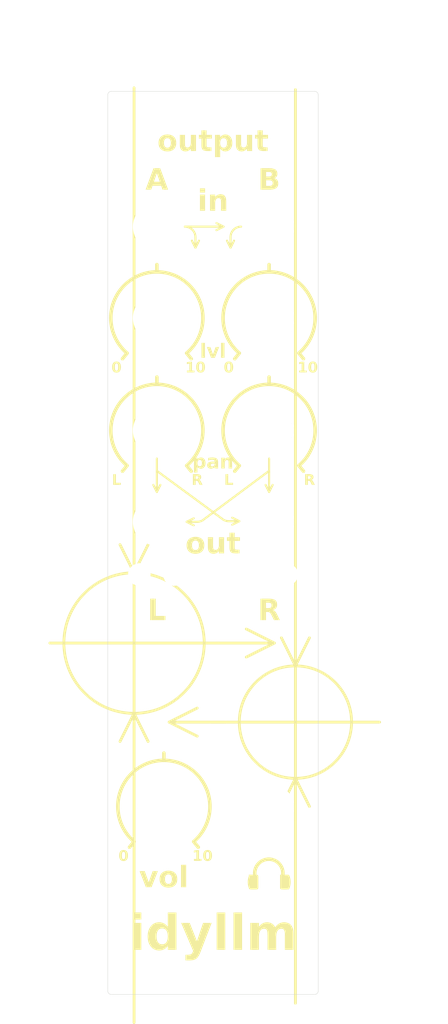
<source format=kicad_pcb>
(kicad_pcb (version 20240108) (generator "pcbnew") (generator_version "8.0")
  (layers (0 "F.Cu" signal) (31 "B.Cu" signal) (34 "B.Paste" user) (35 "F.Paste" user) (36 "B.SilkS" user "B.Silkscreen") (37 "F.SilkS" user "F.Silkscreen") (38 "B.Mask" user) (39 "F.Mask" user) (44 "Edge.Cuts" user))
  (net 0 "")
  (footprint "AudioJacks:PanelHole_AudioJack_6.8mm" (layer "F.Cu") (at 107 69.25)
    (property "Reference" "H1" (hide yes))
    (property "Value" "Mono Jack")
    (pad "" np_thru_hole circle (at 0 0) (size 6.8 6.8) (drill 6.8) (layers "F&B.Cu" "*.Mask"))
  )
  (footprint "MountingHole:MountingHole_3.2mm_M3_DIN965" (layer "F.Cu") (at 122.74 53)
    (property "Reference" "H16" (hide yes))
    (property "Value" "Rail Mount")
    (pad "" np_thru_hole circle (at 0 0) (size 3.2 3.2) (drill 3.2) (layers "*.Cu" "*.Mask"))
  )
  (footprint "AudioJacks:PanelHole_Potentiometer_6.8mm_13mm_knob" (layer "F.Cu") (at 123 82.25)
    (property "Reference" "H4" (hide yes))
    (property "Value" "Potentiometer")
    (pad "" np_thru_hole circle (at 0 0) (size 6.8 6.8) (drill 6.8) (layers "F&B.Cu" "*.Mask"))
  )
  (footprint "MountingHole:MountingHole_3.2mm_M3_DIN965" (layer "F.Cu") (at 122.74 175.5)
    (property "Reference" "H18" (hide yes))
    (property "Value" "Rail Mount")
    (pad "" np_thru_hole circle (at 0 0) (size 3.2 3.2) (drill 3.2) (layers "*.Cu" "*.Mask"))
  )
  (footprint "MountingHole:MountingHole_3.2mm_M3_DIN965" (layer "F.Cu") (at 125.5 118.75)
    (property "Reference" "H12" (hide yes))
    (property "Value" "Red LED")
    (pad "" np_thru_hole circle (at 0 0) (size 3.2 3.2) (drill 3.2) (layers "*.Cu" "*.Mask"))
  )
  (footprint "MountingHole:MountingHole_3.2mm_M3_DIN965" (layer "F.Cu") (at 107.5 175.5)
    (property "Reference" "H17" (hide yes))
    (property "Value" "Rail Mount")
    (pad "" np_thru_hole oval (at 0 0) (size 5 3.2) (drill oval 5 3.2) (layers "F&B.Cu" "*.Mask"))
  )
  (footprint "AudioJacks:PanelHole_AudioJack_6.8mm" (layer "F.Cu") (at 123 111.25)
    (property "Reference" "H8" (hide yes))
    (property "Value" "Mono Jack")
    (pad "" np_thru_hole circle (at 0 0) (size 6.8 6.8) (drill 6.8) (layers "F&B.Cu" "*.Mask"))
  )
  (footprint "AudioJacks:PanelHole_Potentiometer_6.8mm_13mm_knob" (layer "F.Cu") (at 107 98.25)
    (property "Reference" "H5" (hide yes))
    (property "Value" "Potentiometer")
    (pad "" np_thru_hole circle (at 0 0) (size 6.8 6.8) (drill 6.8) (layers "F&B.Cu" "*.Mask"))
  )
  (footprint "AudioJacks:PanelHole_AudioJack_6.8mm" (layer "F.Cu") (at 123 151.75)
    (property "Reference" "H14" (hide yes))
    (property "Value" "Mono Jack")
    (pad "" np_thru_hole circle (at 0 0) (size 6.8 6.8) (drill 6.8) (layers "F&B.Cu" "*.Mask"))
  )
  (footprint "MountingHole:MountingHole_3.2mm_M3_DIN965" (layer "F.Cu") (at 120.5 118.75)
    (property "Reference" "H11" (hide yes))
    (property "Value" "Green LED")
    (pad "" np_thru_hole circle (at 0 0) (size 3.2 3.2) (drill 3.2) (layers "*.Cu" "*.Mask"))
  )
  (footprint "AudioJacks:PanelHole_AudioJack_6.8mm" (layer "F.Cu") (at 123 69.25)
    (property "Reference" "H2" (hide yes))
    (property "Value" "Mono Jack")
    (pad "" np_thru_hole circle (at 0 0) (size 6.8 6.8) (drill 6.8) (layers "F&B.Cu" "*.Mask"))
  )
  (footprint "AudioJacks:PanelHole_Potentiometer_6.8mm_13mm_knob" (layer "F.Cu") (at 107 82.25)
    (property "Reference" "H3" (hide yes))
    (property "Value" "Potentiometer")
    (pad "" np_thru_hole circle (at 0 0) (size 6.8 6.8) (drill 6.8) (layers "F&B.Cu" "*.Mask"))
  )
  (footprint "AudioJacks:PanelHole_Potentiometer_6.8mm_13mm_knob" (layer "F.Cu") (at 108 151.75)
    (property "Reference" "H13" (hide yes))
    (property "Value" "Potentiometer")
    (pad "" np_thru_hole circle (at 0 0) (size 6.8 6.8) (drill 6.8) (layers "F&B.Cu" "*.Mask"))
  )
  (footprint "MountingHole:MountingHole_3.2mm_M3_DIN965" (layer "F.Cu") (at 107.5 53)
    (property "Reference" "H15" (hide yes))
    (property "Value" "Rail Mount")
    (pad "" np_thru_hole oval (at 0 0) (size 5 3.2) (drill oval 5 3.2) (layers "F&B.Cu" "*.Mask"))
  )
  (footprint "AudioJacks:PanelHole_Potentiometer_6.8mm_13mm_knob" (layer "F.Cu") (at 123 98.25)
    (property "Reference" "H6" (hide yes))
    (property "Value" "Potentiometer")
    (pad "" np_thru_hole circle (at 0 0) (size 6.8 6.8) (drill 6.8) (layers "F&B.Cu" "*.Mask"))
  )
  (footprint "MountingHole:MountingHole_3.2mm_M3_DIN965" (layer "F.Cu") (at 109.5 118.75)
    (property "Reference" "H10" (hide yes))
    (property "Value" "Red LED")
    (pad "" np_thru_hole circle (at 0 0) (size 3.2 3.2) (drill 3.2) (layers "*.Cu" "*.Mask"))
  )
  (footprint "AudioJacks:PanelHole_AudioJack_6.8mm" (layer "F.Cu") (at 107 111.25)
    (property "Reference" "H7" (hide yes))
    (property "Value" "Mono Jack")
    (pad "" np_thru_hole circle (at 0 0) (size 6.8 6.8) (drill 6.8) (layers "F&B.Cu" "*.Mask"))
  )
  (footprint "MountingHole:MountingHole_3.2mm_M3_DIN965" (layer "F.Cu") (at 104.5 118.75)
    (property "Reference" "H9" (hide yes))
    (property "Value" "Green LED")
    (pad "" np_thru_hole circle (at 0 0) (size 3.2 3.2) (drill 3.2) (layers "*.Cu" "*.Mask"))
  )
  (gr_line (start 128.75 127.75) (end 126.75 131.75) (stroke (width 0.4)) (layer "F.SilkS"))
  (gr_line (start 107 75.687798) (end 107 74.65) (stroke (width 0.5)) (layer "F.SilkS"))
  (gr_line (start 118.75 111.162685) (end 117.75 110.662685) (stroke (width 0.3)) (layer "F.SilkS"))
  (gr_line (start 126.75 153.75) (end 126.75 179.75) (stroke (width 0.4)) (layer "F.SilkS"))
  (gr_arc (start 113.521744 111.036239) (mid 113.150401 111.195572) (end 112.75 111.25) (stroke (width 0.3)) (layer "F.SilkS"))
  (gr_line (start 112.5 72.25) (end 112 71.25) (stroke (width 0.3)) (layer "F.SilkS"))
  (gr_line (start 108 145.187798) (end 108 144.15) (stroke (width 0.5)) (layer "F.SilkS"))
  (gr_line (start 118.75 111.162685) (end 117.25 111.162685) (stroke (width 0.3)) (layer "F.SilkS"))
  (gr_line (start 102.75 103.25) (end 102.1 104.05) (stroke (width 0.5)) (layer "F.SilkS"))
  (gr_line (start 111.25 111.25) (end 112.25 111.75) (stroke (width 0.3)) (layer "F.SilkS"))
  (gr_line (start 123 91.687798) (end 123 90.65) (stroke (width 0.5)) (layer "F.SilkS"))
  (gr_rect (start 120.359382 161.709074) (end 121.210667 163.309074) (stroke (width 0.5)) (fill solid) (layer "F.SilkS"))
  (gr_line (start 118.75 111.162685) (end 117.75 111.662685) (stroke (width 0.3)) (layer "F.SilkS"))
  (gr_line (start 105.75 114.5) (end 103.75 118.5) (stroke (width 0.4)) (layer "F.SilkS"))
  (gr_line (start 112.75 137.75) (end 108.75 139.75) (stroke (width 0.4)) (layer "F.SilkS"))
  (gr_line (start 101.75 114.5) (end 103.75 118.5) (stroke (width 0.4)) (layer "F.SilkS"))
  (gr_line (start 119.75 126.5) (end 123.75 128.5) (stroke (width 0.4)) (layer "F.SilkS"))
  (gr_circle (center 126.75 139.75) (end 134.75 139.75) (stroke (width 0.4)) (fill none) (layer "F.SilkS"))
  (gr_line (start 103.75 140.5) (end 103.75 182.5) (stroke (width 0.4)) (layer "F.SilkS"))
  (gr_line (start 107 107) (end 107.5 106) (stroke (width 0.3)) (layer "F.SilkS"))
  (gr_arc (start 111 69.25) (mid 112.06066 69.68934) (end 112.5 70.75) (stroke (width 0.3)) (layer "F.SilkS"))
  (gr_line (start 107 91.687798) (end 107 90.65) (stroke (width 0.5)) (layer "F.SilkS"))
  (gr_line (start 111.25 111.25) (end 112.75 111.25) (stroke (width 0.3)) (layer "F.SilkS"))
  (gr_line (start 103.75 156.75) (end 103.1 157.55) (stroke (width 0.5)) (layer "F.SilkS"))
  (gr_line (start 111.25 103.25) (end 111.9 104.05) (stroke (width 0.5)) (layer "F.SilkS"))
  (gr_line (start 102.75 87.25) (end 102.1 88.05) (stroke (width 0.5)) (layer "F.SilkS"))
  (gr_line (start 123 107) (end 123.5 106) (stroke (width 0.3)) (layer "F.SilkS"))
  (gr_line (start 123 102.25) (end 123 107) (stroke (width 0.3)) (layer "F.SilkS"))
  (gr_line (start 111.25 111.25) (end 112.25 110.75) (stroke (width 0.3)) (layer "F.SilkS"))
  (gr_line (start 118.75 103.25) (end 118.1 104.05) (stroke (width 0.5)) (layer "F.SilkS"))
  (gr_line (start 107 102.25) (end 107 107) (stroke (width 0.3)) (layer "F.SilkS"))
  (gr_arc (start 117.25 111.162685) (mid 116.849599 111.108257) (end 116.478256 110.948924) (stroke (width 0.3)) (layer "F.SilkS"))
  (gr_line (start 91.75 128.5) (end 115.75 128.5) (stroke (width 0.4)) (layer "F.SilkS"))
  (gr_rect (start 124.810667 161.709074) (end 125.661952 163.309074) (stroke (width 0.5)) (fill solid) (layer "F.SilkS"))
  (gr_line (start 117.5 72.25) (end 117 71.25) (stroke (width 0.3)) (layer "F.SilkS"))
  (gr_line (start 112.5 72.25) (end 113 71.25) (stroke (width 0.3)) (layer "F.SilkS"))
  (gr_line (start 124.75 151.75) (end 126.75 147.75) (stroke (width 0.4)) (layer "F.SilkS"))
  (gr_line (start 117.5 70.75) (end 117.5 72.25) (stroke (width 0.3)) (layer "F.SilkS"))
  (gr_line (start 128.75 151.75) (end 126.75 147.75) (stroke (width 0.4)) (layer "F.SilkS"))
  (gr_line (start 105.75 142.5) (end 103.75 138.5) (stroke (width 0.4)) (layer "F.SilkS"))
  (gr_line (start 116.75 139.75) (end 108.75 139.75) (stroke (width 0.4)) (layer "F.SilkS"))
  (gr_line (start 111 69.25) (end 116.5 69.25) (stroke (width 0.3)) (layer "F.SilkS"))
  (gr_line (start 119.75 130.5) (end 123.75 128.5) (stroke (width 0.4)) (layer "F.SilkS"))
  (gr_line (start 127.25 103.25) (end 127.9 104.05) (stroke (width 0.5)) (layer "F.SilkS"))
  (gr_line (start 123 75.687798) (end 123 74.65) (stroke (width 0.5)) (layer "F.SilkS"))
  (gr_line (start 111.25 87.25) (end 111.9 88.05) (stroke (width 0.5)) (layer "F.SilkS"))
  (gr_arc (start 125.661952 161.709074) (mid 125.818826 162.509076) (end 125.661952 163.309074) (stroke (width 0.5)) (layer "F.SilkS"))
  (gr_line (start 113.521744 111.036239) (end 123 104) (stroke (width 0.3)) (layer "F.SilkS"))
  (gr_line (start 112.75 141.75) (end 108.75 139.75) (stroke (width 0.4)) (layer "F.SilkS"))
  (gr_arc (start 118.75 87.25) (mid 123 75.687798) (end 127.25 87.25) (stroke (width 0.5)) (layer "F.SilkS"))
  (gr_line (start 103.75 116.5) (end 103.75 49.5) (stroke (width 0.4)) (layer "F.SilkS"))
  (gr_line (start 107 107) (end 106.5 106) (stroke (width 0.3)) (layer "F.SilkS"))
  (gr_arc (start 102.75 87.25) (mid 107 75.687798) (end 111.25 87.25) (stroke (width 0.5)) (layer "F.SilkS"))
  (gr_line (start 118.75 87.25) (end 118.1 88.05) (stroke (width 0.5)) (layer "F.SilkS"))
  (gr_line (start 115.75 128.5) (end 123.75 128.5) (stroke (width 0.4)) (layer "F.SilkS"))
  (gr_arc (start 120.359382 163.309074) (mid 120.202533 162.509076) (end 120.359382 161.709074) (stroke (width 0.5)) (layer "F.SilkS"))
  (gr_line (start 112.25 156.75) (end 112.9 157.55) (stroke (width 0.5)) (layer "F.SilkS"))
  (gr_arc (start 121.023989 161.811303) (mid 122.999998 159.249998) (end 124.862889 161.894719) (stroke (width 0.5)) (layer "F.SilkS"))
  (gr_line (start 124.75 127.75) (end 126.75 131.75) (stroke (width 0.4)) (layer "F.SilkS"))
  (gr_arc (start 117.5 70.75) (mid 117.93934 69.68934) (end 119 69.25) (stroke (width 0.3)) (layer "F.SilkS"))
  (gr_line (start 127.25 87.25) (end 127.9 88.05) (stroke (width 0.5)) (layer "F.SilkS"))
  (gr_line (start 103.75 140.5) (end 103.75 116.5) (stroke (width 0.4)) (layer "F.SilkS"))
  (gr_line (start 116.5 69.25) (end 115.5 68.75) (stroke (width 0.3)) (layer "F.SilkS"))
  (gr_arc (start 102.75 103.25) (mid 107 91.687798) (end 111.25 103.25) (stroke (width 0.5)) (layer "F.SilkS"))
  (gr_line (start 126.75 129.75) (end 126.75 49.75) (stroke (width 0.4)) (layer "F.SilkS"))
  (gr_line (start 112.5 70.75) (end 112.5 72.25) (stroke (width 0.3)) (layer "F.SilkS"))
  (gr_line (start 114.75 139.75) (end 138.75 139.75) (stroke (width 0.4)) (layer "F.SilkS"))
  (gr_line (start 116.5 69.25) (end 115.5 69.75) (stroke (width 0.3)) (layer "F.SilkS"))
  (gr_line (start 123 107) (end 122.5 106) (stroke (width 0.3)) (layer "F.SilkS"))
  (gr_line (start 101.75 142.5) (end 103.75 138.5) (stroke (width 0.4)) (layer "F.SilkS"))
  (gr_circle (center 103.75 128.5) (end 113.75 128.5) (stroke (width 0.4)) (fill none) (layer "F.SilkS"))
  (gr_line (start 116.478256 110.948924) (end 107 104) (stroke (width 0.3)) (layer "F.SilkS"))
  (gr_arc (start 118.75 103.25) (mid 123 91.687798) (end 127.25 103.25) (stroke (width 0.5)) (layer "F.SilkS"))
  (gr_arc (start 103.75 156.75) (mid 108 145.187798) (end 112.25 156.75) (stroke (width 0.5)) (layer "F.SilkS"))
  (gr_line (start 126.75 153.75) (end 126.75 129.75) (stroke (width 0.4)) (layer "F.SilkS"))
  (gr_line (start 117.5 72.25) (end 118 71.25) (stroke (width 0.3)) (layer "F.SilkS"))
  (gr_line (start 130 50.5) (end 130 178) (stroke (width 0.05)) (layer "Edge.Cuts"))
  (gr_line (start 100 178) (end 100 50.5) (stroke (width 0.05)) (layer "Edge.Cuts"))
  (gr_arc (start 129.5 50) (mid 129.853553 50.146447) (end 130 50.5) (stroke (width 0.05)) (layer "Edge.Cuts"))
  (gr_arc (start 100.5 178.5) (mid 100.146447 178.353553) (end 100 178) (stroke (width 0.05)) (layer "Edge.Cuts"))
  (gr_arc (start 100 50.5) (mid 100.146447 50.146447) (end 100.5 50) (stroke (width 0.05)) (layer "Edge.Cuts"))
  (gr_arc (start 130 178) (mid 129.853553 178.353553) (end 129.5 178.5) (stroke (width 0.05)) (layer "Edge.Cuts"))
  (gr_line (start 100.5 50) (end 129.5 50) (stroke (width 0.05)) (layer "Edge.Cuts"))
  (gr_line (start 129.5 178.5) (end 100.5 178.5) (stroke (width 0.05)) (layer "Edge.Cuts"))
  (gr_text "vol" (at 108 163.75 0) (layer "F.SilkS") (effects (font (size 3 3) (thickness 0.25)) (justify bottom)))
  (gr_text "10" (at 128.5 90.25 0) (layer "F.SilkS") (effects (font (size 1.5 1.5) (thickness 0.25)) (justify bottom)))
  (gr_text "R" (at 112.75 106.25 0) (layer "F.SilkS") (effects (font (size 1.5 1.5) (thickness 0.25)) (justify bottom)))
  (gr_text "R" (at 123 125.75 0) (layer "F.SilkS") (effects (font (size 3 3) (thickness 0.25)) (justify bottom)))
  (gr_text "L" (at 107 125.75 0) (layer "F.SilkS") (effects (font (size 3 3) (thickness 0.25)) (justify bottom)))
  (gr_text "in" (at 115 67.5 0) (layer "F.SilkS") (effects (font (size 3 3) (thickness 0.25)) (justify bottom)))
  (gr_text "idyllm" (at 115 173 0) (layer "F.SilkS") (effects (font (size 5 5) (thickness 0.8) (bold yes)) (justify bottom)))
  (gr_text "L" (at 117.25 106.25 0) (layer "F.SilkS") (effects (font (size 1.5 1.5) (thickness 0.25)) (justify bottom)))
  (gr_text "10" (at 112.5 90.25 0) (layer "F.SilkS") (effects (font (size 1.5 1.5) (thickness 0.25)) (justify bottom)))
  (gr_text "0" (at 101.25 90.25 0) (layer "F.SilkS") (effects (font (size 1.5 1.5) (thickness 0.25)) (justify bottom)))
  (gr_text "out" (at 115 116.25 0) (layer "F.SilkS") (effects (font (size 3 3) (thickness 0.25)) (justify bottom)))
  (gr_text "B" (at 123 64.5 0) (layer "F.SilkS") (effects (font (size 3 3) (thickness 0.25)) (justify bottom)))
  (gr_text "pan" (at 115 104 0) (layer "F.SilkS") (effects (font (size 2 2) (thickness 0.25)) (justify bottom)))
  (gr_text "0" (at 102.25 159.75 0) (layer "F.SilkS") (effects (font (size 1.5 1.5) (thickness 0.25)) (justify bottom)))
  (gr_text "0" (at 117.25 90.25 0) (layer "F.SilkS") (effects (font (size 1.5 1.5) (thickness 0.25)) (justify bottom)))
  (gr_text "10" (at 113.5 159.75 0) (layer "F.SilkS") (effects (font (size 1.5 1.5) (thickness 0.25)) (justify bottom)))
  (gr_text "A" (at 107 64.5 0) (layer "F.SilkS") (effects (font (size 3 3) (thickness 0.25)) (justify bottom)))
  (gr_text "R" (at 128.75 106.25 0) (layer "F.SilkS") (effects (font (size 1.5 1.5) (thickness 0.25)) (justify bottom)))
  (gr_text "L" (at 101.25 106.25 0) (layer "F.SilkS") (effects (font (size 1.5 1.5) (thickness 0.25)) (justify bottom)))
  (gr_text "lvl" (at 115 88.25 0) (layer "F.SilkS") (effects (font (size 2 2) (thickness 0.25)) (justify bottom)))
  (gr_text "output" (at 115 59 0) (layer "F.SilkS") (effects (font (size 3 3) (thickness 0.25)) (justify bottom)))
)
</source>
